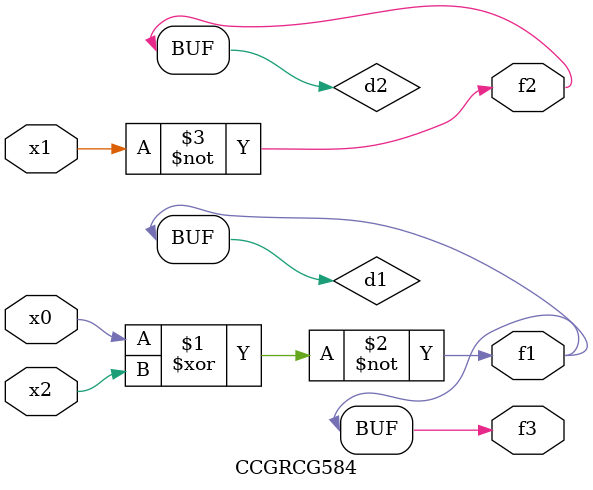
<source format=v>
module CCGRCG584(
	input x0, x1, x2,
	output f1, f2, f3
);

	wire d1, d2, d3;

	xnor (d1, x0, x2);
	nand (d2, x1);
	nor (d3, x1, x2);
	assign f1 = d1;
	assign f2 = d2;
	assign f3 = d1;
endmodule

</source>
